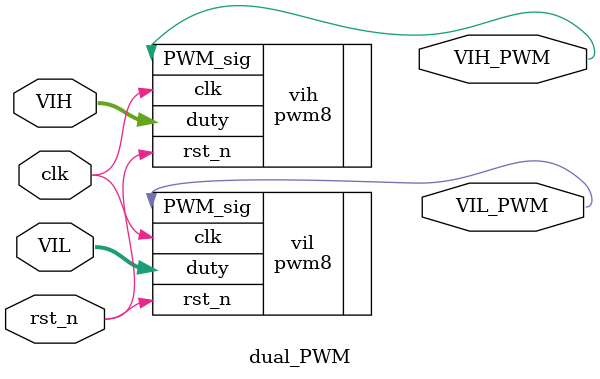
<source format=sv>
module dual_PWM (clk, rst_n, VIL, VIH, VIL_PWM, VIH_PWM);

input clk, rst_n;
input [7:0] VIL, VIH;
output reg VIL_PWM, VIH_PWM;

// instantiated pwm8 for vil and vih pwms
pwm8 vil (.clk(clk), .rst_n(rst_n), .duty(VIL), .PWM_sig(VIL_PWM));
pwm8 vih (.clk(clk), .rst_n(rst_n), .duty(VIH), .PWM_sig(VIH_PWM));

endmodule

</source>
